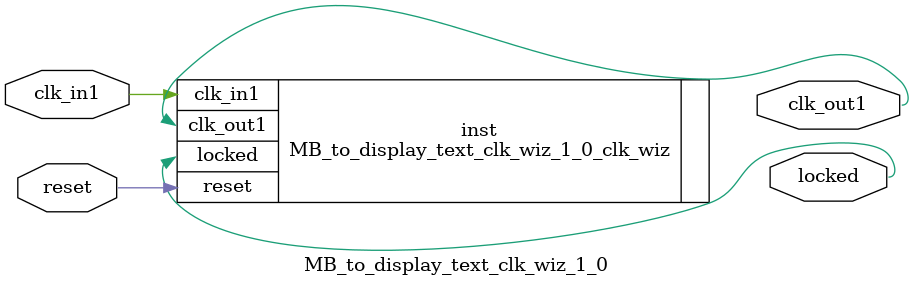
<source format=v>


`timescale 1ps/1ps

(* CORE_GENERATION_INFO = "MB_to_display_text_clk_wiz_1_0,clk_wiz_v5_3_3_0,{component_name=MB_to_display_text_clk_wiz_1_0,use_phase_alignment=true,use_min_o_jitter=false,use_max_i_jitter=false,use_dyn_phase_shift=false,use_inclk_switchover=false,use_dyn_reconfig=false,enable_axi=0,feedback_source=FDBK_AUTO,PRIMITIVE=MMCM,num_out_clk=1,clkin1_period=10.0,clkin2_period=10.0,use_power_down=false,use_reset=true,use_locked=true,use_inclk_stopped=false,feedback_type=SINGLE,CLOCK_MGR_TYPE=NA,manual_override=false}" *)

module MB_to_display_text_clk_wiz_1_0 
 (
  // Clock out ports
  output        clk_out1,
  // Status and control signals
  input         reset,
  output        locked,
 // Clock in ports
  input         clk_in1
 );

  MB_to_display_text_clk_wiz_1_0_clk_wiz inst
  (
  // Clock out ports  
  .clk_out1(clk_out1),
  // Status and control signals               
  .reset(reset), 
  .locked(locked),
 // Clock in ports
  .clk_in1(clk_in1)
  );

endmodule

</source>
